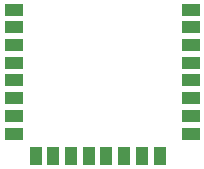
<source format=gbr>
%TF.GenerationSoftware,KiCad,Pcbnew,(5.1.6)-1*%
%TF.CreationDate,2022-01-11T18:37:24-04:00*%
%TF.ProjectId,LCD_adapter,4c43445f-6164-4617-9074-65722e6b6963,rev?*%
%TF.SameCoordinates,Original*%
%TF.FileFunction,Paste,Top*%
%TF.FilePolarity,Positive*%
%FSLAX46Y46*%
G04 Gerber Fmt 4.6, Leading zero omitted, Abs format (unit mm)*
G04 Created by KiCad (PCBNEW (5.1.6)-1) date 2022-01-11 18:37:24*
%MOMM*%
%LPD*%
G01*
G04 APERTURE LIST*
%ADD10R,1.524000X1.000000*%
%ADD11R,1.000000X1.524000*%
G04 APERTURE END LIST*
D10*
%TO.C,U2*%
X151765000Y-123195000D03*
X151765000Y-121695000D03*
X151765000Y-120195000D03*
X151765000Y-118695000D03*
X151765000Y-117195000D03*
X151765000Y-115695000D03*
X151765000Y-114195000D03*
D11*
X153605000Y-125095000D03*
X155105000Y-125095000D03*
X156605000Y-125095000D03*
X158105000Y-125095000D03*
X159605000Y-125095000D03*
X161105000Y-125095000D03*
X162605000Y-125095000D03*
X164105000Y-125095000D03*
D10*
X166745000Y-123195000D03*
X166745000Y-121695000D03*
X166745000Y-120195000D03*
X166745000Y-118695000D03*
X166745000Y-117195000D03*
X166745000Y-115695000D03*
X166745000Y-114195000D03*
X166745000Y-112695000D03*
X151765000Y-112695000D03*
%TD*%
M02*

</source>
